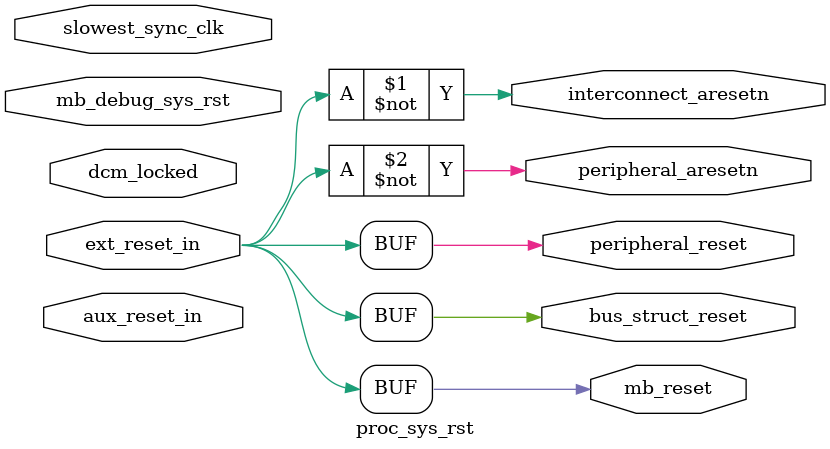
<source format=v>
module clk_wiz (
    input  wire clk,
    output wire clk_graphics,
    output wire clk_display
);
    assign clk_graphics = clk;
    assign clk_display  = clk;
endmodule

module proc_sys_rst (
    input  wire slowest_sync_clk,
    input  wire ext_reset_in,
    input  wire aux_reset_in,
    input  wire mb_debug_sys_rst,
    input  wire dcm_locked,
    output wire mb_reset,
    output wire bus_struct_reset,
    output wire peripheral_reset,
    output wire interconnect_aresetn,
    output wire peripheral_aresetn
);
    assign mb_reset           = ext_reset_in;
    assign bus_struct_reset   = ext_reset_in;
    assign peripheral_reset   = ext_reset_in;
    
    assign interconnect_aresetn = ~ext_reset_in;
    assign peripheral_aresetn   = ~ext_reset_in;

endmodule
</source>
